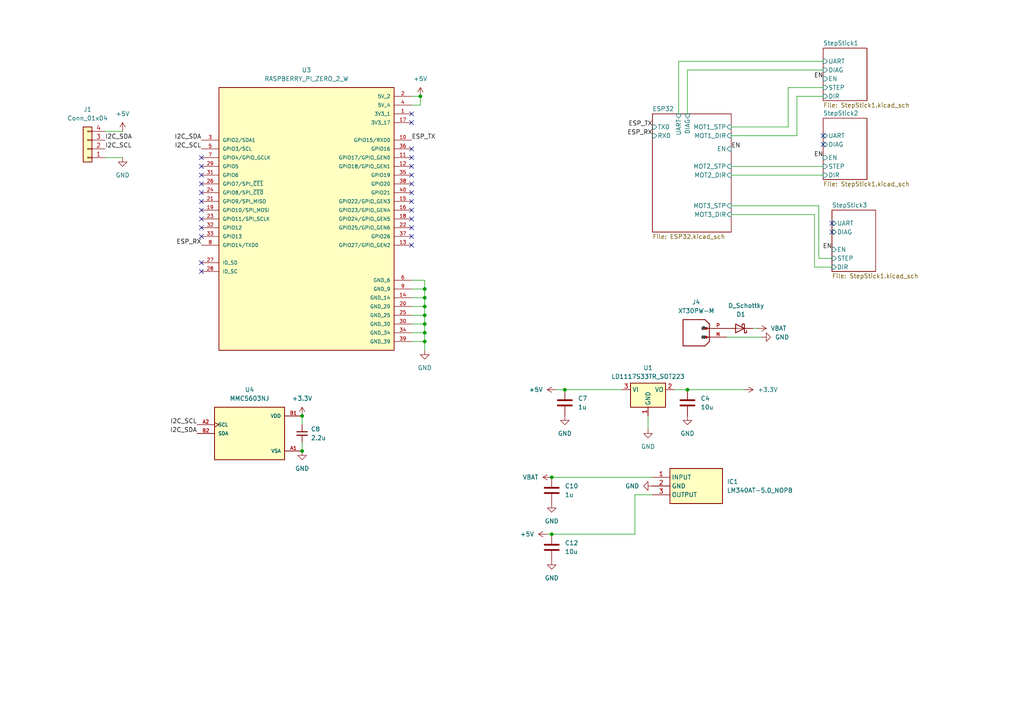
<source format=kicad_sch>
(kicad_sch (version 20231120) (generator "eeschema") (generator_version "8.0")
  (paper "A4")
  (lib_symbols
    (symbol "Connector_Generic:Conn_01x04" (pin_names (offset 1.016) hide)
      (property "Reference" "J" (at 0 5.08 0))
      (property "Value" "Conn_01x04" (at 0 -7.62 0))
      (symbol "Conn_01x04_1_1"
        (rectangle (start -1.27 -4.953) (end 0 -5.207) (stroke (width 0.1524)))
        (rectangle (start -1.27 -2.413) (end 0 -2.667) (stroke (width 0.1524)))
        (rectangle (start -1.27 0.127) (end 0 -0.127) (stroke (width 0.1524)))
        (rectangle (start -1.27 2.667) (end 0 2.413) (stroke (width 0.1524)))
        (rectangle (start -1.27 3.81) (end 1.27 -6.35) (stroke (width 0.254)) (fill (type background)))
        (pin passive line (at -5.08 2.54 0) (length 3.81) (name "Pin_1") (number "1"))
        (pin passive line (at -5.08 0 0) (length 3.81) (name "Pin_2") (number "2"))
        (pin passive line (at -5.08 -2.54 0) (length 3.81) (name "Pin_3") (number "3"))
        (pin passive line (at -5.08 -5.08 0) (length 3.81) (name "Pin_4") (number "4"))
      )
    )
    (symbol "Device:C" (pin_numbers hide) (pin_names (offset 0.254))
      (property "Reference" "C" (at 0.635 2.54 0))
      (property "Value" "C" (at 0.635 -2.54 0))
      (symbol "C_0_1"
        (polyline (pts (xy -2.032 -0.762) (xy 2.032 -0.762)) (stroke (width 0.508)))
        (polyline (pts (xy -2.032 0.762) (xy 2.032 0.762)) (stroke (width 0.508)))
      )
      (symbol "C_1_1"
        (pin passive line (at 0 3.81 270) (length 2.794) (name "~") (number "1"))
        (pin passive line (at 0 -3.81 90) (length 2.794) (name "~") (number "2"))
      )
    )
    (symbol "Device:C_Small" (pin_numbers hide) (pin_names (offset 0.254) hide)
      (property "Reference" "C" (at 0.254 1.778 0))
      (property "Value" "C_Small" (at 0.254 -2.032 0))
      (symbol "C_Small_0_1"
        (polyline (pts (xy -1.524 -0.508) (xy 1.524 -0.508)) (stroke (width 0.3302)))
        (polyline (pts (xy -1.524 0.508) (xy 1.524 0.508)) (stroke (width 0.3048)))
      )
      (symbol "C_Small_1_1"
        (pin passive line (at 0 2.54 270) (length 2.032) (name "~") (number "1"))
        (pin passive line (at 0 -2.54 90) (length 2.032) (name "~") (number "2"))
      )
    )
    (symbol "Device:D_Schottky" (pin_numbers hide) (pin_names (offset 1.016) hide)
      (property "Reference" "D" (at 0 2.54 0))
      (property "Value" "D_Schottky" (at 0 -2.54 0))
      (symbol "D_Schottky_0_1"
        (polyline (pts (xy 1.27 0) (xy -1.27 0)))
        (polyline (pts (xy 1.27 1.27) (xy 1.27 -1.27) (xy -1.27 0) (xy 1.27 1.27)) (stroke (width 0.254)))
        (polyline (pts (xy -1.905 0.635) (xy -1.905 1.27) (xy -1.27 1.27) (xy -1.27 -1.27) (xy -0.635 -1.27) (xy -0.635 -0.635)) (stroke (width 0.254)))
      )
      (symbol "D_Schottky_1_1"
        (pin passive line (at -3.81 0 0) (length 2.54) (name "K") (number "1"))
        (pin passive line (at 3.81 0 180) (length 2.54) (name "A") (number "2"))
      )
    )
    (symbol "LM340AT-5_0_NOPB:LM340AT-5.0_NOPB"
      (property "Reference" "IC" (at 21.59 7.62 0))
      (property "Value" "LM340AT-5.0_NOPB" (at 21.59 5.08 0))
      (symbol "LM340AT-5.0_NOPB_1_1"
        (rectangle (start 5.08 2.54) (end 20.32 -7.62) (stroke (width 0.254)) (fill (type background)))
        (pin input line (at 0 0 0) (length 5.08) (name "INPUT") (number "1"))
        (pin power_in line (at 0 -2.54 0) (length 5.08) (name "GND") (number "2"))
        (pin output line (at 0 -5.08 0) (length 5.08) (name "OUTPUT") (number "3"))
      )
    )
    (symbol "MMC5603NJ:MMC5603NJ" (pin_names (offset 1.016))
      (property "Reference" "U" (at -10.16 8.382 0))
      (property "Value" "MMC5603NJ" (at -10.16 -10.16 0))
      (symbol "MMC5603NJ_0_0"
        (rectangle (start -10.16 -7.62) (end 10.16 7.62) (stroke (width 0.254)) (fill (type background)))
        (pin power_in line (at 15.24 -5.08 180) (length 5.08) (name "VSA") (number "A1"))
        (pin input clock (at -15.24 2.54 0) (length 5.08) (name "SCL") (number "A2"))
        (pin power_in line (at 15.24 5.08 180) (length 5.08) (name "VDD") (number "B1"))
        (pin bidirectional line (at -15.24 0 0) (length 5.08) (name "SDA") (number "B2"))
      )
    )
    (symbol "RASPBERRY_PI_ZERO_2_W:RASPBERRY_PI_ZERO_2_W" (pin_names (offset 1.016))
      (property "Reference" "U" (at -25.42 39.3962 0))
      (property "Value" "RASPBERRY_PI_ZERO_2_W" (at -25.4191 -40.6687 0))
      (symbol "RASPBERRY_PI_ZERO_2_W_0_0"
        (rectangle (start -25.4 -38.1) (end 25.4 38.1) (stroke (width 0.254)) (fill (type background)))
        (pin power_in line (at 30.48 30.48 180) (length 5.08) (name "3V3_1") (number "1"))
        (pin bidirectional line (at 30.48 22.86 180) (length 5.08) (name "GPIO15/RXD0") (number "10"))
        (pin bidirectional line (at 30.48 17.78 180) (length 5.08) (name "GPIO17/GPIO_GEN0") (number "11"))
        (pin bidirectional line (at 30.48 15.24 180) (length 5.08) (name "GPIO18/GPIO_GEN1") (number "12"))
        (pin bidirectional line (at 30.48 -7.62 180) (length 5.08) (name "GPIO27/GPIO_GEN2") (number "13"))
        (pin power_in line (at 30.48 -22.86 180) (length 5.08) (name "GND_14") (number "14"))
        (pin bidirectional line (at 30.48 5.08 180) (length 5.08) (name "GPIO22/GPIO_GEN3") (number "15"))
        (pin bidirectional line (at 30.48 2.54 180) (length 5.08) (name "GPIO23/GPIO_GEN4") (number "16"))
        (pin power_in line (at 30.48 27.94 180) (length 5.08) (name "3V3_17") (number "17"))
        (pin bidirectional line (at 30.48 0 180) (length 5.08) (name "GPIO24/GPIO_GEN5") (number "18"))
        (pin bidirectional line (at -30.48 2.54 0) (length 5.08) (name "GPIO10/SPI_MOSI") (number "19"))
        (pin power_in line (at 30.48 35.56 180) (length 5.08) (name "5V_2") (number "2"))
        (pin power_in line (at 30.48 -25.4 180) (length 5.08) (name "GND_20") (number "20"))
        (pin bidirectional line (at -30.48 5.08 0) (length 5.08) (name "GPIO9/SPI_MISO") (number "21"))
        (pin bidirectional line (at 30.48 -2.54 180) (length 5.08) (name "GPIO25/GPIO_GEN6") (number "22"))
        (pin bidirectional line (at -30.48 0 0) (length 5.08) (name "GPIO11/SPI_SCLK") (number "23"))
        (pin bidirectional line (at -30.48 7.62 0) (length 5.08) (name "GPIO8/SPI_~{CE0}") (number "24"))
        (pin power_in line (at 30.48 -27.94 180) (length 5.08) (name "GND_25") (number "25"))
        (pin bidirectional line (at -30.48 10.16 0) (length 5.08) (name "GPIO7/SPI_~{CE1}") (number "26"))
        (pin bidirectional line (at -30.48 -12.7 0) (length 5.08) (name "ID_SD") (number "27"))
        (pin bidirectional line (at -30.48 -15.24 0) (length 5.08) (name "ID_SC") (number "28"))
        (pin bidirectional line (at -30.48 15.24 0) (length 5.08) (name "GPIO5") (number "29"))
        (pin bidirectional line (at -30.48 22.86 0) (length 5.08) (name "GPIO2/SDA1") (number "3"))
        (pin power_in line (at 30.48 -30.48 180) (length 5.08) (name "GND_30") (number "30"))
        (pin bidirectional line (at -30.48 12.7 0) (length 5.08) (name "GPIO6") (number "31"))
        (pin bidirectional line (at -30.48 -2.54 0) (length 5.08) (name "GPIO12") (number "32"))
        (pin bidirectional line (at -30.48 -5.08 0) (length 5.08) (name "GPIO13") (number "33"))
        (pin power_in line (at 30.48 -33.02 180) (length 5.08) (name "GND_34") (number "34"))
        (pin bidirectional line (at 30.48 12.7 180) (length 5.08) (name "GPIO19") (number "35"))
        (pin bidirectional line (at 30.48 20.32 180) (length 5.08) (name "GPIO16") (number "36"))
        (pin bidirectional line (at 30.48 -5.08 180) (length 5.08) (name "GPIO26") (number "37"))
        (pin bidirectional line (at 30.48 10.16 180) (length 5.08) (name "GPIO20") (number "38"))
        (pin power_in line (at 30.48 -35.56 180) (length 5.08) (name "GND_39") (number "39"))
        (pin power_in line (at 30.48 33.02 180) (length 5.08) (name "5V_4") (number "4"))
        (pin bidirectional line (at 30.48 7.62 180) (length 5.08) (name "GPIO21") (number "40"))
        (pin bidirectional line (at -30.48 20.32 0) (length 5.08) (name "GPIO3/SCL") (number "5"))
        (pin power_in line (at 30.48 -17.78 180) (length 5.08) (name "GND_6") (number "6"))
        (pin bidirectional line (at -30.48 17.78 0) (length 5.08) (name "GPIO4/GPIO_GCLK") (number "7"))
        (pin bidirectional line (at -30.48 -7.62 0) (length 5.08) (name "GPIO14/TXD0") (number "8"))
        (pin power_in line (at 30.48 -20.32 180) (length 5.08) (name "GND_9") (number "9"))
      )
    )
    (symbol "Regulator_Linear:LD1117S33TR_SOT223"
      (property "Reference" "U" (at -3.81 3.175 0))
      (property "Value" "LD1117S33TR_SOT223" (at 0 3.175 0))
      (symbol "LD1117S33TR_SOT223_0_1"
        (rectangle (start -5.08 -5.08) (end 5.08 1.905) (stroke (width 0.254)) (fill (type background)))
      )
      (symbol "LD1117S33TR_SOT223_1_1"
        (pin power_in line (at 0 -7.62 90) (length 2.54) (name "GND") (number "1"))
        (pin power_out line (at 7.62 0 180) (length 2.54) (name "VO") (number "2"))
        (pin power_in line (at -7.62 0 0) (length 2.54) (name "VI") (number "3"))
      )
    )
    (symbol "XT30PW-M:XT30PW-M" (pin_names (offset 1.016))
      (property "Reference" "J" (at -7.62 3.302 0))
      (property "Value" "XT30PW-M" (at -7.62 -7.62 0))
      (symbol "XT30PW-M_0_0"
        (rectangle (start -2.2225 -2.8575) (end -0.635 -2.2225) (stroke (width 0.1)) (fill (type outline)))
        (rectangle (start -2.2225 -0.3175) (end -0.635 0.3175) (stroke (width 0.1)) (fill (type outline)))
        (polyline (pts (xy -7.62 -5.08) (xy -7.62 2.54)) (stroke (width 0.254)))
        (polyline (pts (xy -7.62 2.54) (xy -1.27 2.54)) (stroke (width 0.254)))
        (polyline (pts (xy -1.27 -5.08) (xy -7.62 -5.08)) (stroke (width 0.254)))
        (polyline (pts (xy 0 -3.81) (xy -1.27 -5.08)) (stroke (width 0.254)))
        (polyline (pts (xy 0 -2.54) (xy -1.905 -2.54)) (stroke (width 0.254)))
        (polyline (pts (xy 0 0) (xy -1.905 0)) (stroke (width 0.254)))
        (polyline (pts (xy 0 0) (xy 0 -3.81)) (stroke (width 0.254)))
        (polyline (pts (xy 0 1.27) (xy -1.27 2.54)) (stroke (width 0.254)))
        (polyline (pts (xy 0 1.27) (xy 0 0)) (stroke (width 0.254)))
        (pin power_in line (at 5.08 -2.54 180) (length 5.08) (name "N") (number "N"))
        (pin power_in line (at 5.08 0 180) (length 5.08) (name "P") (number "P"))
      )
    )
    (symbol "power:+3.3V" (power) (pin_numbers hide) (pin_names (offset 0) hide)
      (property "Value" "+3.3V" (at 0 3.556 0))
      (symbol "+3.3V_0_1"
        (polyline (pts (xy -0.762 1.27) (xy 0 2.54)))
        (polyline (pts (xy 0 0) (xy 0 2.54)))
        (polyline (pts (xy 0 2.54) (xy 0.762 1.27)))
      )
      (symbol "+3.3V_1_1"
        (pin power_in line (at 0 0 90) (length 0) (name "~") (number "1"))
      )
    )
    (symbol "power:+5V" (power) (pin_numbers hide) (pin_names (offset 0) hide)
      (property "Value" "+5V" (at 0 3.556 0))
      (symbol "+5V_0_1"
        (polyline (pts (xy -0.762 1.27) (xy 0 2.54)))
        (polyline (pts (xy 0 0) (xy 0 2.54)))
        (polyline (pts (xy 0 2.54) (xy 0.762 1.27)))
      )
      (symbol "+5V_1_1"
        (pin power_in line (at 0 0 90) (length 0) (name "~") (number "1"))
      )
    )
    (symbol "power:GND" (power) (pin_numbers hide) (pin_names (offset 0) hide)
      (property "Value" "GND" (at 0 -3.81 0))
      (symbol "GND_0_1"
        (polyline (pts (xy 0 0) (xy 0 -1.27) (xy 1.27 -1.27) (xy 0 -2.54) (xy -1.27 -1.27) (xy 0 -1.27)))
      )
      (symbol "GND_1_1"
        (pin power_in line (at 0 0 270) (length 0) (name "~") (number "1"))
      )
    )
    (symbol "power:VD" (power) (pin_numbers hide) (pin_names (offset 0) hide)
      (property "Value" "VD" (at 0 3.556 0))
      (symbol "VD_0_1"
        (polyline (pts (xy -0.762 1.27) (xy 0 2.54)))
        (polyline (pts (xy 0 0) (xy 0 2.54)))
        (polyline (pts (xy 0 2.54) (xy 0.762 1.27)))
      )
      (symbol "VD_1_1"
        (pin power_in line (at 0 0 90) (length 0) (name "~") (number "1"))
      )
    )
  )
  (junction (at 87.63 130.81))
  (junction (at 123.19 83.82))
  (junction (at 121.92 27.94))
  (junction (at 123.19 99.06))
  (junction (at 123.19 86.36))
  (junction (at 123.19 88.9))
  (junction (at 160.02 154.94))
  (junction (at 87.63 120.65))
  (junction (at 160.02 138.43))
  (junction (at 163.83 113.03))
  (junction (at 123.19 93.98))
  (junction (at 199.39 113.03))
  (junction (at 123.19 96.52))
  (junction (at 123.19 91.44))
  (no_connect (at 238.76 41.91))
  (no_connect (at 119.38 48.26))
  (no_connect (at 58.42 55.88))
  (no_connect (at 119.38 68.58))
  (no_connect (at 119.38 50.8))
  (no_connect (at 241.3 64.77))
  (no_connect (at 58.42 58.42))
  (no_connect (at 58.42 78.74))
  (no_connect (at 119.38 58.42))
  (no_connect (at 58.42 76.2))
  (no_connect (at 119.38 71.12))
  (no_connect (at 58.42 50.8))
  (no_connect (at 119.38 60.96))
  (no_connect (at 238.76 39.37))
  (no_connect (at 58.42 53.34))
  (no_connect (at 119.38 45.72))
  (no_connect (at 58.42 60.96))
  (no_connect (at 119.38 53.34))
  (no_connect (at 58.42 68.58))
  (no_connect (at 58.42 63.5))
  (no_connect (at 58.42 48.26))
  (no_connect (at 119.38 43.18))
  (no_connect (at 58.42 66.04))
  (no_connect (at 119.38 55.88))
  (no_connect (at 241.3 67.31))
  (no_connect (at 58.42 45.72))
  (no_connect (at 119.38 33.02))
  (no_connect (at 119.38 35.56))
  (no_connect (at 119.38 63.5))
  (no_connect (at 119.38 66.04))
  (wire (pts (xy 199.39 113.03) (xy 215.9 113.03)))
  (wire (pts (xy 30.48 38.1) (xy 35.56 38.1)))
  (wire (pts (xy 123.19 81.28) (xy 123.19 83.82)))
  (wire (pts (xy 119.38 93.98) (xy 123.19 93.98)))
  (wire (pts (xy 119.38 83.82) (xy 123.19 83.82)))
  (wire (pts (xy 189.23 143.51) (xy 184.15 143.51)))
  (wire (pts (xy 160.02 154.94) (xy 184.15 154.94)))
  (wire (pts (xy 231.14 27.94) (xy 238.76 27.94)))
  (wire (pts (xy 160.02 138.43) (xy 189.23 138.43)))
  (wire (pts (xy 237.49 59.69) (xy 212.09 59.69)))
  (wire (pts (xy 123.19 91.44) (xy 123.19 93.98)))
  (wire (pts (xy 238.76 17.78) (xy 196.85 17.78)))
  (wire (pts (xy 231.14 39.37) (xy 212.09 39.37)))
  (wire (pts (xy 199.39 113.03) (xy 195.58 113.03)))
  (wire (pts (xy 121.92 30.48) (xy 121.92 27.94)))
  (wire (pts (xy 163.83 113.03) (xy 180.34 113.03)))
  (wire (pts (xy 119.38 96.52) (xy 123.19 96.52)))
  (wire (pts (xy 119.38 27.94) (xy 121.92 27.94)))
  (wire (pts (xy 237.49 74.93) (xy 237.49 59.69)))
  (wire (pts (xy 119.38 30.48) (xy 121.92 30.48)))
  (wire (pts (xy 123.19 83.82) (xy 123.19 86.36)))
  (wire (pts (xy 119.38 81.28) (xy 123.19 81.28)))
  (wire (pts (xy 123.19 86.36) (xy 123.19 88.9)))
  (wire (pts (xy 238.76 20.32) (xy 199.39 20.32)))
  (wire (pts (xy 158.75 154.94) (xy 160.02 154.94)))
  (wire (pts (xy 123.19 96.52) (xy 123.19 99.06)))
  (wire (pts (xy 30.48 45.72) (xy 35.56 45.72)))
  (wire (pts (xy 87.63 120.65) (xy 87.63 123.19)))
  (wire (pts (xy 220.98 97.79) (xy 210.82 97.79)))
  (wire (pts (xy 119.38 91.44) (xy 123.19 91.44)))
  (wire (pts (xy 228.6 25.4) (xy 228.6 36.83)))
  (wire (pts (xy 123.19 88.9) (xy 123.19 91.44)))
  (wire (pts (xy 219.71 95.25) (xy 218.44 95.25)))
  (wire (pts (xy 231.14 27.94) (xy 231.14 39.37)))
  (wire (pts (xy 87.63 128.27) (xy 87.63 130.81)))
  (wire (pts (xy 236.22 77.47) (xy 241.3 77.47)))
  (wire (pts (xy 228.6 36.83) (xy 212.09 36.83)))
  (wire (pts (xy 237.49 74.93) (xy 241.3 74.93)))
  (wire (pts (xy 236.22 77.47) (xy 236.22 62.23)))
  (wire (pts (xy 212.09 48.26) (xy 238.76 48.26)))
  (wire (pts (xy 161.29 113.03) (xy 163.83 113.03)))
  (wire (pts (xy 199.39 20.32) (xy 199.39 33.02)))
  (wire (pts (xy 196.85 17.78) (xy 196.85 33.02)))
  (wire (pts (xy 187.96 124.46) (xy 187.96 120.65)))
  (wire (pts (xy 119.38 99.06) (xy 123.19 99.06)))
  (wire (pts (xy 228.6 25.4) (xy 238.76 25.4)))
  (wire (pts (xy 119.38 88.9) (xy 123.19 88.9)))
  (wire (pts (xy 184.15 143.51) (xy 184.15 154.94)))
  (wire (pts (xy 236.22 62.23) (xy 212.09 62.23)))
  (wire (pts (xy 123.19 99.06) (xy 123.19 101.6)))
  (wire (pts (xy 123.19 93.98) (xy 123.19 96.52)))
  (wire (pts (xy 212.09 50.8) (xy 238.76 50.8)))
  (wire (pts (xy 119.38 86.36) (xy 123.19 86.36)))
  (label "EN" (at 241.3 72.39 180))
  (label "EN" (at 238.76 22.86 180))
  (label "I2C_SDA" (at 57.15 125.73 180))
  (label "ESP_TX" (at 119.38 40.64 0))
  (label "EN" (at 212.09 43.18 0))
  (label "I2C_SCL" (at 58.42 43.18 180))
  (label "I2C_SCL" (at 57.15 123.19 180))
  (label "ESP_RX" (at 58.42 71.12 180))
  (label "ESP_RX" (at 189.23 39.37 180))
  (label "EN" (at 238.76 45.72 180))
  (label "I2C_SCL" (at 30.48 43.18 0))
  (label "ESP_TX" (at 189.23 36.83 180))
  (label "I2C_SDA" (at 58.42 40.64 180))
  (label "I2C_SDA" (at 30.48 40.64 0))
  (symbol (lib_id "Connector_Generic:Conn_01x04") (at 25.4 43.18 180) (unit 1)
    (property "Reference" "J1" (at 25.4 31.75 0))
    (property "Value" "Conn_01x04" (at 25.4 34.29 0))
    (property "Footprint" "Connector_PinHeader_2.54mm:PinHeader_1x04_P2.54mm_Vertical" (effects (hide yes)))
    (property "Description" "Generic connector, single row, 01x04, script generated (kicad-library-utils/schlib/autogen/connector/)" (effects (hide yes)))
  )
  (symbol (lib_id "power:GND") (at 35.56 45.72 0) (unit 1)
    (property "Reference" "#PWR043" (effects (hide yes)))
    (property "Value" "GND" (at 35.56 50.8 0))
    (property "Description" "Power symbol creates a global label with name \"GND\" , ground" (effects (hide yes)))
  )
  (symbol (lib_id "power:+5V") (at 35.56 38.1 0) (unit 1)
    (property "Reference" "#PWR042" (effects (hide yes)))
    (property "Value" "+5V" (at 35.56 33.02 0))
    (property "Description" "Power symbol creates a global label with name \"+5V\"" (effects (hide yes)))
  )
  (symbol (lib_id "power:+5V") (at 161.29 113.03 90) (unit 1)
    (property "Reference" "#PWR01" (effects (hide yes)))
    (property "Value" "+5V" (at 157.48 113.0299 90) (effects (justify left)))
    (property "Description" "Power symbol creates a global label with name \"+5V\"" (effects (hide yes)))
  )
  (symbol (lib_id "power:GND") (at 163.83 120.65 0) (unit 1)
    (property "Reference" "#PWR031" (effects (hide yes)))
    (property "Value" "GND" (at 163.83 125.73 0))
    (property "Description" "Power symbol creates a global label with name \"GND\" , ground" (effects (hide yes)))
  )
  (symbol (lib_id "RASPBERRY_PI_ZERO_2_W:RASPBERRY_PI_ZERO_2_W") (at 88.9 63.5 0) (unit 1)
    (property "Reference" "U3" (at 88.9 20.32 0))
    (property "Value" "RASPBERRY_PI_ZERO_2_W" (at 88.9 22.86 0))
    (property "Footprint" "RASPBERRY_PI_ZERO_2_W:MODULE_RASPBERRY_PI_ZERO_2_W" (effects (hide yes)))
    (property "MF" "Raspberry Pi" (effects (hide yes)))
    (property "Description_1" "\n                        \n                            At the heart of Raspberry Pi Zero 2 W is RP3A0, a custom-built system-in-package designed by Raspberry Pi in the UK.\n                        \n" (effects (hide yes)))
    (property "Package" "None" (effects (hide yes)))
    (property "Price" "None" (effects (hide yes)))
    (property "Check_prices" "https://www.snapeda.com/parts/RASPBERRY%20PI%20ZERO%202%20W/Raspberry+Pi/view-part/?ref=eda" (effects (hide yes)))
    (property "STANDARD" "Manufacturer Recommendations" (effects (hide yes)))
    (property "PARTREV" "April 2024" (effects (hide yes)))
    (property "SnapEDA_Link" "https://www.snapeda.com/parts/RASPBERRY%20PI%20ZERO%202%20W/Raspberry+Pi/view-part/?ref=snap" (effects (hide yes)))
    (property "MP" "RASPBERRY PI ZERO 2 W" (effects (hide yes)))
    (property "Availability" "In Stock" (effects (hide yes)))
    (property "MANUFACTURER" "Raspberry Pi" (effects (hide yes)))
  )
  (symbol (lib_id "Regulator_Linear:LD1117S33TR_SOT223") (at 187.96 113.03 0) (unit 1)
    (property "Reference" "U1" (at 187.96 106.68 0))
    (property "Value" "LD1117S33TR_SOT223" (at 187.96 109.22 0))
    (property "Footprint" "Package_TO_SOT_SMD:SOT-223-3_TabPin2" (effects (hide yes)))
    (property "Datasheet" "http://www.st.com/st-web-ui/static/active/en/resource/technical/document/datasheet/CD00000544.pdf" (effects (hide yes)))
    (property "Description" "800mA Fixed Low Drop Positive Voltage Regulator, Fixed Output 3.3V, SOT-223" (effects (hide yes)))
  )
  (symbol (lib_id "MMC5603NJ:MMC5603NJ") (at 72.39 125.73 0) (unit 1)
    (property "Reference" "U4" (at 72.39 113.03 0))
    (property "Value" "MMC5603NJ" (at 72.39 115.57 0))
    (property "Footprint" "MMC5603NJ:XDCR_MMC5603NJ" (effects (hide yes)))
    (property "MF" "Memsic Inc." (effects (hide yes)))
    (property "MAXIMUM_PACKAGE_HEIGHT" "0.6 mm" (effects (hide yes)))
    (property "Package" "UFBGA-4 Memsic Inc." (effects (hide yes)))
    (property "Price" "None" (effects (hide yes)))
    (property "Check_prices" "https://www.snapeda.com/parts/MMC5603NJ/Memsic/view-part/?ref=eda" (effects (hide yes)))
    (property "STANDARD" "Manufacturer Recommendations" (effects (hide yes)))
    (property "PARTREV" "B" (effects (hide yes)))
    (property "SnapEDA_Link" "https://www.snapeda.com/parts/MMC5603NJ/Memsic/view-part/?ref=snap" (effects (hide yes)))
    (property "MP" "MMC5603NJ" (effects (hide yes)))
    (property "Description_1" "\n                        \n                            Magnetoresistive Sensor X, Y, Z Axis 4-WLP (0.82x0.82)\n                        \n" (effects (hide yes)))
    (property "SNAPEDA_PN" "MMC5603NJ" (effects (hide yes)))
    (property "Availability" "In Stock" (effects (hide yes)))
    (property "MANUFACTURER" "Memsic Inc." (effects (hide yes)))
  )
  (symbol (lib_id "power:GND") (at 87.63 130.81 0) (unit 1)
    (property "Reference" "#PWR019" (effects (hide yes)))
    (property "Value" "GND" (at 87.63 135.89 0))
    (property "Description" "Power symbol creates a global label with name \"GND\" , ground" (effects (hide yes)))
  )
  (symbol (lib_id "power:VD") (at 219.71 95.25 270) (unit 1)
    (property "Reference" "#PWR044" (effects (hide yes)))
    (property "Value" "VBAT" (at 223.52 95.2501 90) (effects (justify left)))
    (property "Description" "Power symbol creates a global label with name \"VD\"" (effects (hide yes)))
  )
  (symbol (lib_id "power:+5V") (at 121.92 27.94 0) (unit 1)
    (property "Reference" "#PWR040" (effects (hide yes)))
    (property "Value" "+5V" (at 121.92 22.86 0))
    (property "Description" "Power symbol creates a global label with name \"+5V\"" (effects (hide yes)))
  )
  (symbol (lib_id "Device:D_Schottky") (at 214.63 95.25 180) (unit 1)
    (property "Reference" "D1" (at 214.884 91.186 0))
    (property "Value" "D_Schottky" (at 216.408 88.646 0))
    (property "Footprint" "Diode_SMD:D_SMC" (effects (hide yes)))
    (property "Description" "Schottky diode" (effects (hide yes)))
  )
  (symbol (lib_id "power:GND") (at 187.96 124.46 0) (unit 1)
    (property "Reference" "#PWR02" (effects (hide yes)))
    (property "Value" "GND" (at 187.96 129.54 0))
    (property "Description" "Power symbol creates a global label with name \"GND\" , ground" (effects (hide yes)))
  )
  (symbol (lib_id "power:GND") (at 189.23 140.97 270) (unit 1)
    (property "Reference" "#PWR039" (effects (hide yes)))
    (property "Value" "GND" (at 185.42 140.9699 90) (effects (justify right)))
    (property "Description" "Power symbol creates a global label with name \"GND\" , ground" (effects (hide yes)))
  )
  (symbol (lib_id "power:GND") (at 123.19 101.6 0) (unit 1)
    (property "Reference" "#PWR041" (effects (hide yes)))
    (property "Value" "GND" (at 123.19 106.68 0))
    (property "Description" "Power symbol creates a global label with name \"GND\" , ground" (effects (hide yes)))
  )
  (symbol (lib_id "Device:C") (at 163.83 116.84 0) (unit 1)
    (property "Reference" "C7" (at 167.64 115.5699 0) (effects (justify left)))
    (property "Value" "1u" (at 167.64 118.1099 0) (effects (justify left)))
    (property "Footprint" "Capacitor_SMD:C_0603_1608Metric_Pad1.08x0.95mm_HandSolder" (effects (hide yes)))
    (property "Description" "Unpolarized capacitor" (effects (hide yes)))
  )
  (symbol (lib_id "power:+5V") (at 158.75 154.94 90) (unit 1)
    (property "Reference" "#PWR017" (effects (hide yes)))
    (property "Value" "+5V" (at 154.94 154.9399 90) (effects (justify left)))
    (property "Description" "Power symbol creates a global label with name \"+5V\"" (effects (hide yes)))
  )
  (symbol (lib_id "power:GND") (at 199.39 120.65 0) (unit 1)
    (property "Reference" "#PWR015" (effects (hide yes)))
    (property "Value" "GND" (at 199.39 125.73 0))
    (property "Description" "Power symbol creates a global label with name \"GND\" , ground" (effects (hide yes)))
  )
  (symbol (lib_id "XT30PW-M:XT30PW-M") (at 205.74 95.25 0) (unit 1)
    (property "Reference" "J4" (at 201.93 87.63 0))
    (property "Value" "XT30PW-M" (at 201.93 90.17 0))
    (property "Footprint" "XT30PW-M:AMASS_XT30PW-M" (effects (hide yes)))
    (property "MF" "AMASS" (effects (hide yes)))
    (property "MAXIMUM_PACKAGE_HEIGHT" "5 mm" (effects (hide yes)))
    (property "Package" "None" (effects (hide yes)))
    (property "Price" "None" (effects (hide yes)))
    (property "Check_prices" "https://www.snapeda.com/parts/XT30PW-M/AMASS/view-part/?ref=eda" (effects (hide yes)))
    (property "STANDARD" "Manufacturer Recommendations" (effects (hide yes)))
    (property "PARTREV" "1.2" (effects (hide yes)))
    (property "SnapEDA_Link" "https://www.snapeda.com/parts/XT30PW-M/AMASS/view-part/?ref=snap" (effects (hide yes)))
    (property "MP" "XT30PW-M" (effects (hide yes)))
    (property "Description_1" "\n                        \n                            Socket; DC supply; XT30; male; PIN: 2; on PCBs; THT; Colour: yellow\n                        \n" (effects (hide yes)))
    (property "MANUFACTURER" "Amass" (effects (hide yes)))
    (property "Availability" "Not in stock" (effects (hide yes)))
    (property "SNAPEDA_PN" "XT30PW-M" (effects (hide yes)))
  )
  (symbol (lib_id "Device:C") (at 160.02 142.24 0) (unit 1)
    (property "Reference" "C10" (at 163.83 140.9699 0) (effects (justify left)))
    (property "Value" "1u" (at 163.83 143.5099 0) (effects (justify left)))
    (property "Footprint" "Capacitor_SMD:C_0603_1608Metric_Pad1.08x0.95mm_HandSolder" (effects (hide yes)))
    (property "Description" "Unpolarized capacitor" (effects (hide yes)))
  )
  (symbol (lib_id "Device:C") (at 199.39 116.84 0) (unit 1)
    (property "Reference" "C4" (at 203.2 115.5699 0) (effects (justify left)))
    (property "Value" "10u" (at 203.2 118.1099 0) (effects (justify left)))
    (property "Footprint" "Capacitor_SMD:C_0603_1608Metric_Pad1.08x0.95mm_HandSolder" (effects (hide yes)))
    (property "Description" "Unpolarized capacitor" (effects (hide yes)))
  )
  (symbol (lib_id "power:+3.3V") (at 87.63 120.65 0) (unit 1)
    (property "Reference" "#PWR018" (effects (hide yes)))
    (property "Value" "+3.3V" (at 87.63 115.57 0))
    (property "Description" "Power symbol creates a global label with name \"+3.3V\"" (effects (hide yes)))
  )
  (symbol (lib_id "power:GND") (at 220.98 97.79 90) (unit 1)
    (property "Reference" "#PWR045" (effects (hide yes)))
    (property "Value" "GND" (at 224.79 97.7901 90) (effects (justify right)))
    (property "Description" "Power symbol creates a global label with name \"GND\" , ground" (effects (hide yes)))
  )
  (symbol (lib_id "Device:C") (at 160.02 158.75 0) (unit 1)
    (property "Reference" "C12" (at 163.83 157.4799 0) (effects (justify left)))
    (property "Value" "10u" (at 163.83 160.0199 0) (effects (justify left)))
    (property "Footprint" "Capacitor_SMD:C_0603_1608Metric_Pad1.08x0.95mm_HandSolder" (effects (hide yes)))
    (property "Description" "Unpolarized capacitor" (effects (hide yes)))
  )
  (symbol (lib_id "power:GND") (at 160.02 162.56 0) (unit 1)
    (property "Reference" "#PWR036" (effects (hide yes)))
    (property "Value" "GND" (at 160.02 167.64 0))
    (property "Description" "Power symbol creates a global label with name \"GND\" , ground" (effects (hide yes)))
  )
  (symbol (lib_id "power:+3.3V") (at 215.9 113.03 270) (unit 1)
    (property "Reference" "#PWR016" (effects (hide yes)))
    (property "Value" "+3.3V" (at 219.71 113.0299 90) (effects (justify left)))
    (property "Description" "Power symbol creates a global label with name \"+3.3V\"" (effects (hide yes)))
  )
  (symbol (lib_id "LM340AT-5_0_NOPB:LM340AT-5.0_NOPB") (at 189.23 138.43 0) (unit 1)
    (property "Reference" "IC1" (at 210.82 139.6999 0) (effects (justify left)))
    (property "Value" "LM340AT-5.0_NOPB" (at 210.82 142.2399 0) (effects (justify left)))
    (property "Footprint" "Package_TO_SOT_THT:TO-220-3_Horizontal_TabDown" (effects (hide yes)))
    (property "Datasheet" "http://www.ti.com/lit/gpn/lm340" (effects (hide yes)))
    (property "Description" "1.5A, Fixed Output Linear Regulator" (effects (hide yes)))
    (property "Height" "4.7" (effects (hide yes)))
    (property "Manufacturer_Name" "Texas Instruments" (effects (hide yes)))
    (property "Manufacturer_Part_Number" "LM340AT-5.0/NOPB" (effects (hide yes)))
  )
  (symbol (lib_id "power:GND") (at 160.02 146.05 0) (unit 1)
    (property "Reference" "#PWR034" (effects (hide yes)))
    (property "Value" "GND" (at 160.02 151.13 0))
    (property "Description" "Power symbol creates a global label with name \"GND\" , ground" (effects (hide yes)))
  )
  (symbol (lib_id "power:VD") (at 160.02 138.43 90) (unit 1)
    (property "Reference" "#PWR033" (effects (hide yes)))
    (property "Value" "VBAT" (at 156.21 138.4299 90) (effects (justify left)))
    (property "Description" "Power symbol creates a global label with name \"VD\"" (effects (hide yes)))
  )
  (symbol (lib_id "Device:C_Small") (at 87.63 125.73 0) (unit 1)
    (property "Reference" "C8" (at 90.17 124.4662 0) (effects (justify left)))
    (property "Value" "2.2u" (at 90.17 127.0062 0) (effects (justify left)))
    (property "Footprint" "Capacitor_SMD:C_0603_1608Metric_Pad1.08x0.95mm_HandSolder" (effects (hide yes)))
    (property "Description" "Unpolarized capacitor, small symbol" (effects (hide yes)))
  )
  (sheet (at 189.23 33.02) (size 22.86 34.29) (stroke (width 0.1524))
    (property "Sheetname" "ESP32" (at 189.23 32.3084 0) (effects (justify left bottom)))
    (property "Sheetfile" "ESP32.kicad_sch" (at 189.23 67.8946 0) (effects (justify left top)))
    (pin "TX0" input (at 189.23 36.83 180))
    (pin "RX0" input (at 189.23 39.37 180))
    (pin "MOT3_DIR" input (at 212.09 62.23 0))
    (pin "MOT2_DIR" input (at 212.09 50.8 0))
    (pin "MOT3_STP" input (at 212.09 59.69 0))
    (pin "MOT2_STP" input (at 212.09 48.26 0))
    (pin "MOT1_STP" input (at 212.09 36.83 0))
    (pin "MOT1_DIR" input (at 212.09 39.37 0))
    (pin "EN" input (at 212.09 43.18 0))
    (pin "DIAG" input (at 199.39 33.02 90))
    (pin "UART" input (at 196.85 33.02 90))
  )
  (sheet (at 238.76 13.97) (size 12.7 15.24) (stroke (width 0.1524))
    (property "Sheetname" "StepStick1" (at 238.76 13.2584 0) (effects (justify left bottom)))
    (property "Sheetfile" "StepStick1.kicad_sch" (at 238.76 29.7946 0) (effects (justify left top)))
    (pin "STEP" input (at 238.76 25.4 180))
    (pin "DIR" input (at 238.76 27.94 180))
    (pin "EN" input (at 238.76 22.86 180))
    (pin "DIAG" input (at 238.76 20.32 180))
    (pin "UART" input (at 238.76 17.78 180))
  )
  (sheet (at 241.3 60.96) (size 12.7 17.78) (stroke (width 0.1524))
    (property "Sheetname" "StepStick3" (at 241.3 60.2484 0) (effects (justify left bottom)))
    (property "Sheetfile" "StepStick1.kicad_sch" (at 241.3 79.3246 0) (effects (justify left top)))
    (pin "STEP" input (at 241.3 74.93 180))
    (pin "DIR" input (at 241.3 77.47 180))
    (pin "EN" input (at 241.3 72.39 180))
    (pin "DIAG" input (at 241.3 67.31 180))
    (pin "UART" input (at 241.3 64.77 180))
  )
  (sheet (at 238.76 34.29) (size 12.7 17.78) (stroke (width 0.1524))
    (property "Sheetname" "StepStick2" (at 238.76 33.5784 0) (effects (justify left bottom)))
    (property "Sheetfile" "StepStick1.kicad_sch" (at 238.76 52.6546 0) (effects (justify left top)))
    (pin "STEP" input (at 238.76 48.26 180))
    (pin "DIR" input (at 238.76 50.8 180))
    (pin "EN" input (at 238.76 45.72 180))
    (pin "DIAG" input (at 238.76 41.91 180))
    (pin "UART" input (at 238.76 39.37 180))
  )
)
</source>
